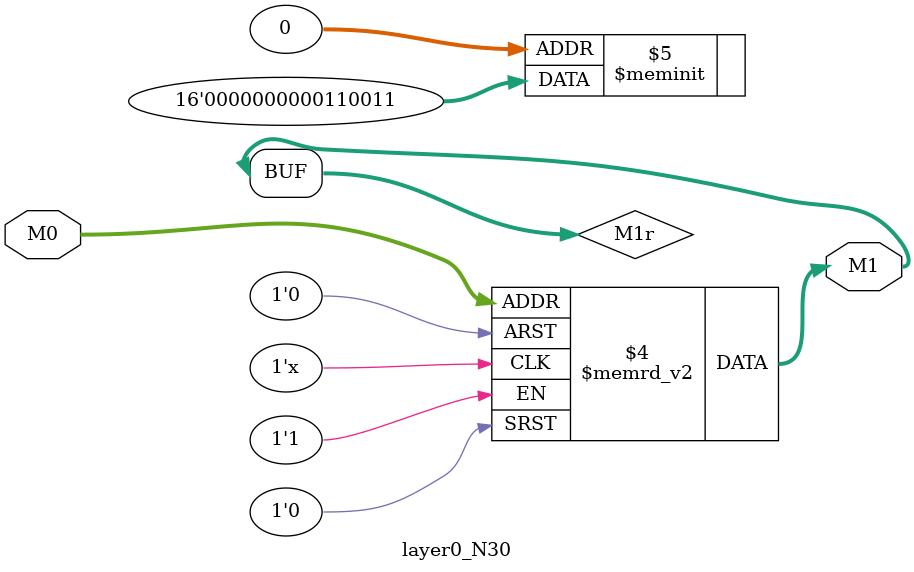
<source format=v>
module layer0_N30 ( input [2:0] M0, output [1:0] M1 );

	(*rom_style = "distributed" *) reg [1:0] M1r;
	assign M1 = M1r;
	always @ (M0) begin
		case (M0)
			3'b000: M1r = 2'b11;
			3'b100: M1r = 2'b00;
			3'b010: M1r = 2'b11;
			3'b110: M1r = 2'b00;
			3'b001: M1r = 2'b00;
			3'b101: M1r = 2'b00;
			3'b011: M1r = 2'b00;
			3'b111: M1r = 2'b00;

		endcase
	end
endmodule

</source>
